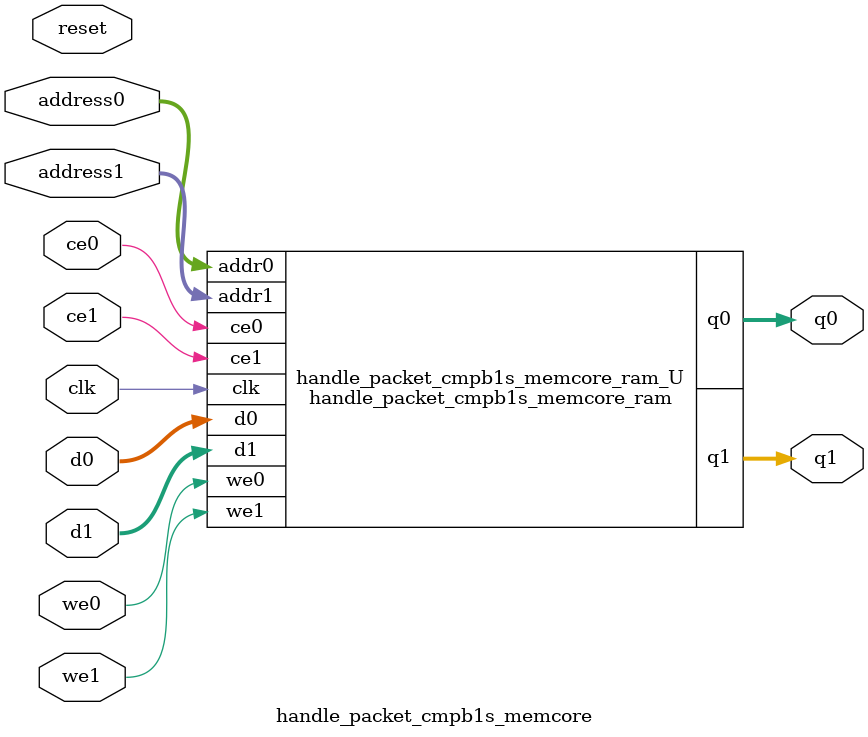
<source format=v>

`timescale 1 ns / 1 ps
module handle_packet_cmpb1s_memcore_ram (addr0, ce0, d0, we0, q0, addr1, ce1, d1, we1, q1,  clk);

parameter DWIDTH = 12;
parameter AWIDTH = 14;
parameter MEM_SIZE = 16384;

input[AWIDTH-1:0] addr0;
input ce0;
input[DWIDTH-1:0] d0;
input we0;
output reg[DWIDTH-1:0] q0;
input[AWIDTH-1:0] addr1;
input ce1;
input[DWIDTH-1:0] d1;
input we1;
output reg[DWIDTH-1:0] q1;
input clk;

(* ram_style = "block" *)reg [DWIDTH-1:0] ram[0:MEM_SIZE-1];




always @(posedge clk)  
begin 
    if (ce0) 
    begin
        if (we0) 
        begin 
            ram[addr0] <= d0; 
            q0 <= d0;
        end 
        else 
            q0 <= ram[addr0];
    end
end


always @(posedge clk)  
begin 
    if (ce1) 
    begin
        if (we1) 
        begin 
            ram[addr1] <= d1; 
            q1 <= d1;
        end 
        else 
            q1 <= ram[addr1];
    end
end


endmodule


`timescale 1 ns / 1 ps
module handle_packet_cmpb1s_memcore(
    reset,
    clk,
    address0,
    ce0,
    we0,
    d0,
    q0,
    address1,
    ce1,
    we1,
    d1,
    q1);

parameter DataWidth = 32'd12;
parameter AddressRange = 32'd16384;
parameter AddressWidth = 32'd14;
input reset;
input clk;
input[AddressWidth - 1:0] address0;
input ce0;
input we0;
input[DataWidth - 1:0] d0;
output[DataWidth - 1:0] q0;
input[AddressWidth - 1:0] address1;
input ce1;
input we1;
input[DataWidth - 1:0] d1;
output[DataWidth - 1:0] q1;



handle_packet_cmpb1s_memcore_ram handle_packet_cmpb1s_memcore_ram_U(
    .clk( clk ),
    .addr0( address0 ),
    .ce0( ce0 ),
    .d0( d0 ),
    .we0( we0 ),
    .q0( q0 ),
    .addr1( address1 ),
    .ce1( ce1 ),
    .d1( d1 ),
    .we1( we1 ),
    .q1( q1 ));

endmodule


</source>
